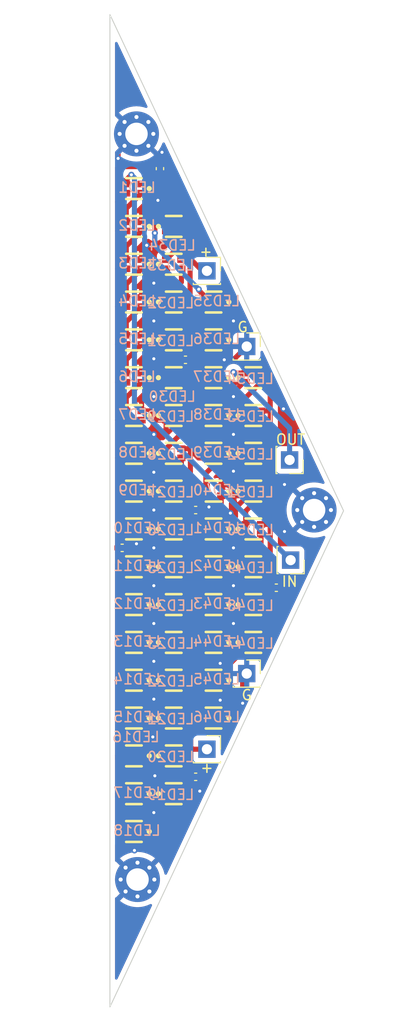
<source format=kicad_pcb>
(kicad_pcb (version 20240108) (generator "pcbnew") (generator_version "8.0")
  (layers (0 "F.Cu" signal) (31 "B.Cu" signal) (34 "B.Paste" user) (35 "F.Paste" user) (36 "B.SilkS" user "B.Silkscreen") (37 "F.SilkS" user "F.Silkscreen") (38 "B.Mask" user) (39 "F.Mask" user) (44 "Edge.Cuts" user))
  (net 0 "")
  (net 1 "Net-(LED1-DO)")
  (net 2 "Net-(LED2-DO)")
  (net 3 "Net-(LED3-DO)")
  (net 4 "Net-(LED4-DO)")
  (net 5 "Net-(LED5-DO)")
  (net 6 "Net-(LED6-DO)")
  (net 7 "Net-(LED7-DO)")
  (net 8 "Net-(LED8-DO)")
  (net 9 "Net-(LED10-DI)")
  (net 10 "Net-(LED11-DO)")
  (net 11 "Net-(LED12-DO)")
  (net 12 "Net-(LED13-DO)")
  (net 13 "Net-(LED14-DO)")
  (net 14 "Net-(LED15-DO)")
  (net 15 "Net-(LED16-DO)")
  (net 16 "Net-(LED17-DO)")
  (net 17 "Net-(LED18-DO)")
  (net 18 "Net-(LED19-DO)")
  (net 19 "Net-(LED21-DO)")
  (net 20 "Net-(LED22-DO)")
  (net 21 "Net-(LED23-DO)")
  (net 22 "Net-(LED24-DO)")
  (net 23 "Net-(LED25-DO)")
  (net 24 "Net-(LED26-DO)")
  (net 25 "Net-(LED27-DO)")
  (net 26 "Net-(LED28-DO)")
  (net 27 "Net-(LED29-DO)")
  (net 28 "Net-(LED31-DO)")
  (net 29 "Net-(LED32-DO)")
  (net 30 "Net-(LED33-DO)")
  (net 31 "Net-(LED34-DO)")
  (net 32 "Net-(LED35-DO)")
  (net 33 "Net-(LED36-DO)")
  (net 34 "Net-(LED37-DO)")
  (net 35 "Net-(LED38-DO)")
  (net 36 "Net-(LED39-DO)")
  (net 37 "ROW2")
  (net 38 "ROW3")
  (net 39 "ROW4")
  (net 40 "ROW5")
  (net 41 "Net-(LED41-DO)")
  (net 42 "Net-(LED42-DO)")
  (net 43 "Net-(LED43-DO)")
  (net 44 "Net-(LED44-DO)")
  (net 45 "Net-(LED45-DO)")
  (net 46 "Net-(LED46-DO)")
  (net 47 "Net-(LED47-DO)")
  (net 48 "Net-(LED48-DO)")
  (net 49 "Net-(LED49-DO)")
  (net 50 "ROW6")
  (net 51 "Net-(LED51-DO)")
  (net 52 "Net-(LED52-DO)")
  (net 53 "Net-(LED53-DO)")
  (net 54 "+5V")
  (net 55 "GND")
  (net 56 "LED_OUT")
  (net 57 "LED_IN")
  (footprint "XL-1615RGBC-WS2812B:LED-SMD_4P-L1.6-W1.5_XL-1615RGBC-WS2812B" (layer "F.Cu") (at 20.75 41.85)
    (property "Reference" "LED32")
    (property "Value" "XL-1615RGBC" (hide yes))
  )
  (footprint "XL-1615RGBC-WS2812B:LED-SMD_4P-L1.6-W1.5_XL-1615RGBC-WS2812B" (layer "F.Cu") (at 16.85 67.75 180)
    (property "Reference" "LED11")
    (property "Value" "XL-1615RGBC" (hide yes))
  )
  (footprint "XL-1615RGBC-WS2812B:LED-SMD_4P-L1.6-W1.5_XL-1615RGBC-WS2812B" (layer "F.Cu") (at 16.85 30.75 180)
    (property "Reference" "LED1")
    (property "Value" "XL-1615RGBC" (hide yes))
  )
  (footprint "XL-1615RGBC-WS2812B:LED-SMD_4P-L1.6-W1.5_XL-1615RGBC-WS2812B" (layer "F.Cu") (at 28.55 71.45)
    (property "Reference" "LED48")
    (property "Value" "XL-1615RGBC" (hide yes))
  )
  (footprint "XL-1615RGBC-WS2812B:LED-SMD_4P-L1.6-W1.5_XL-1615RGBC-WS2812B" (layer "F.Cu") (at 24.65 56.65 180)
    (property "Reference" "LED39")
    (property "Value" "XL-1615RGBC" (hide yes))
  )
  (footprint "XL-1615RGBC-WS2812B:LED-SMD_4P-L1.6-W1.5_XL-1615RGBC-WS2812B" (layer "F.Cu") (at 20.75 60.35)
    (property "Reference" "LED27")
    (property "Value" "XL-1615RGBC" (hide yes))
  )
  (footprint "XL-1615RGBC-WS2812B:LED-SMD_4P-L1.6-W1.5_XL-1615RGBC-WS2812B" (layer "F.Cu") (at 24.65 41.85 180)
    (property "Reference" "LED35")
    (property "Value" "XL-1615RGBC" (hide yes))
  )
  (footprint "XL-1615RGBC-WS2812B:LED-SMD_4P-L1.6-W1.5_XL-1615RGBC-WS2812B" (layer "F.Cu") (at 16.85 45.55 180)
    (property "Reference" "LED5")
    (property "Value" "XL-1615RGBC" (hide yes))
  )
  (footprint "XL-1615RGBC-WS2812B:LED-SMD_4P-L1.6-W1.5_XL-1615RGBC-WS2812B" (layer "F.Cu") (at 20.75 89.95)
    (property "Reference" "LED19")
    (property "Value" "XL-1615RGBC" (hide yes))
  )
  (footprint "XL-1615RGBC-WS2812B:LED-SMD_4P-L1.6-W1.5_XL-1615RGBC-WS2812B" (layer "F.Cu") (at 16.85 82.55 180)
    (property "Reference" "LED15")
    (property "Value" "XL-1615RGBC" (hide yes))
  )
  (footprint "MountingHole:MountingHole_2.2mm_M2_Pad_Via" (layer "F.Cu") (at 34.5 62.2)
    (property "Reference" "H3" (hide yes))
    (property "Value" "MountingHole_Pad")
  )
  (footprint "XL-1615RGBC-WS2812B:LED-SMD_4P-L1.6-W1.5_XL-1615RGBC-WS2812B" (layer "F.Cu") (at 20.75 52.95)
    (property "Reference" "LED29")
    (property "Value" "XL-1615RGBC" (hide yes))
  )
  (footprint "Capacitor_SMD:C_0402_1005Metric" (layer "F.Cu") (at 19.4 28.8 90)
    (property "Reference" "ROW1" (hide yes))
    (property "Value" "10uF,10V,X5R")
  )
  (footprint "XL-1615RGBC-WS2812B:LED-SMD_4P-L1.6-W1.5_XL-1615RGBC-WS2812B" (layer "F.Cu") (at 24.65 60.35 180)
    (property "Reference" "LED40")
    (property "Value" "XL-1615RGBC" (hide yes))
  )
  (footprint "Capacitor_SMD:C_0402_1005Metric" (layer "F.Cu") (at 30.8 69.8 180)
    (property "Reference" "ROW6" (hide yes))
    (property "Value" "10uF,10V,X5R")
  )
  (footprint "XL-1615RGBC-WS2812B:LED-SMD_4P-L1.6-W1.5_XL-1615RGBC-WS2812B" (layer "F.Cu") (at 20.75 75.15)
    (property "Reference" "LED23")
    (property "Value" "XL-1615RGBC" (hide yes))
  )
  (footprint "Connector_PinSocket_2.54mm:PinSocket_1x01_P2.54mm_Vertical" (layer "F.Cu") (at 27.9 46.2)
    (property "Reference" "G")
    (property "Value" "Conn_01x01")
  )
  (footprint "XL-1615RGBC-WS2812B:LED-SMD_4P-L1.6-W1.5_XL-1615RGBC-WS2812B" (layer "F.Cu") (at 16.85 49.25 180)
    (property "Reference" "LED6")
    (property "Value" "XL-1615RGBC" (hide yes))
  )
  (footprint "XL-1615RGBC-WS2812B:LED-SMD_4P-L1.6-W1.5_XL-1615RGBC-WS2812B" (layer "F.Cu") (at 20.75 82.55)
    (property "Reference" "LED21")
    (property "Value" "XL-1615RGBC" (hide yes))
  )
  (footprint "XL-1615RGBC-WS2812B:LED-SMD_4P-L1.6-W1.5_XL-1615RGBC-WS2812B" (layer "F.Cu") (at 16.85 34.45 180)
    (property "Reference" "LED2")
    (property "Value" "XL-1615RGBC" (hide yes))
  )
  (footprint "XL-1615RGBC-WS2812B:LED-SMD_4P-L1.6-W1.5_XL-1615RGBC-WS2812B" (layer "F.Cu") (at 28.55 49.25)
    (property "Reference" "LED54")
    (property "Value" "XL-1615RGBC" (hide yes))
  )
  (footprint "XL-1615RGBC-WS2812B:LED-SMD_4P-L1.6-W1.5_XL-1615RGBC-WS2812B" (layer "F.Cu") (at 20.75 56.65)
    (property "Reference" "LED28")
    (property "Value" "XL-1615RGBC" (hide yes))
  )
  (footprint "XL-1615RGBC-WS2812B:LED-SMD_4P-L1.6-W1.5_XL-1615RGBC-WS2812B" (layer "F.Cu") (at 24.65 64.05 180)
    (property "Reference" "LED41")
    (property "Value" "XL-1615RGBC" (hide yes))
  )
  (footprint "Capacitor_SMD:C_0402_1005Metric" (layer "F.Cu") (at 21.9 47.5)
    (property "Reference" "ROW4" (hide yes))
    (property "Value" "10uF,10V,X5R")
  )
  (footprint "Connector_PinSocket_2.54mm:PinSocket_1x01_P2.54mm_Vertical" (layer "F.Cu") (at 24 38.8)
    (property "Reference" "+")
    (property "Value" "Conn_01x01")
  )
  (footprint "Graphics" (layer "F.Cu") (at 44.45 77.5)
    (property "Reference" "")
    (property "Value" "")
  )
  (footprint "XL-1615RGBC-WS2812B:LED-SMD_4P-L1.6-W1.5_XL-1615RGBC-WS2812B" (layer "F.Cu") (at 28.55 64.05)
    (property "Reference" "LED50")
    (property "Value" "XL-1615RGBC" (hide yes))
  )
  (footprint "Capacitor_SMD:C_0402_1005Metric" (layer "F.Cu") (at 22.9 88.3 180)
    (property "Reference" "ROW3" (hide yes))
    (property "Value" "10uF,10V,X5R")
  )
  (footprint "XL-1615RGBC-WS2812B:LED-SMD_4P-L1.6-W1.5_XL-1615RGBC-WS2812B" (layer "F.Cu") (at 28.55 75.15)
    (property "Reference" "LED47")
    (property "Value" "XL-1615RGBC" (hide yes))
  )
  (footprint "XL-1615RGBC-WS2812B:LED-SMD_4P-L1.6-W1.5_XL-1615RGBC-WS2812B" (layer "F.Cu") (at 20.75 71.45)
    (property "Reference" "LED24")
    (property "Value" "XL-1615RGBC" (hide yes))
  )
  (footprint "XL-1615RGBC-WS2812B:LED-SMD_4P-L1.6-W1.5_XL-1615RGBC-WS2812B" (layer "F.Cu") (at 16.85 52.95 180)
    (property "Reference" "LED7")
    (property "Value" "XL-1615RGBC" (hide yes))
  )
  (footprint "XL-1615RGBC-WS2812B:LED-SMD_4P-L1.6-W1.5_XL-1615RGBC-WS2812B" (layer "F.Cu") (at 16.85 71.45 180)
    (property "Reference" "LED12")
    (property "Value" "XL-1615RGBC" (hide yes))
  )
  (footprint "Capacitor_SMD:C_0402_1005Metric" (layer "F.Cu") (at 22.9 62.2 180)
    (property "Reference" "ROW5" (hide yes))
    (property "Value" "10uF,10V,X5R")
  )
  (footprint "XL-1615RGBC-WS2812B:LED-SMD_4P-L1.6-W1.5_XL-1615RGBC-WS2812B" (layer "F.Cu") (at 20.75 64.05)
    (property "Reference" "LED26")
    (property "Value" "XL-1615RGBC" (hide yes))
  )
  (footprint "XL-1615RGBC-WS2812B:LED-SMD_4P-L1.6-W1.5_XL-1615RGBC-WS2812B" (layer "F.Cu") (at 28.55 52.95)
    (property "Reference" "LED53")
    (property "Value" "XL-1615RGBC" (hide yes))
  )
  (footprint "XL-1615RGBC-WS2812B:LED-SMD_4P-L1.6-W1.5_XL-1615RGBC-WS2812B" (layer "F.Cu") (at 20.75 67.75)
    (property "Reference" "LED25")
    (property "Value" "XL-1615RGBC" (hide yes))
  )
  (footprint "Graphics" (layer "F.Cu") (at 44.45 77.5)
    (property "Reference" "")
    (property "Value" "")
  )
  (footprint "XL-1615RGBC-WS2812B:LED-SMD_4P-L1.6-W1.5_XL-1615RGBC-WS2812B" (layer "F.Cu") (at 20.75 49.25)
    (property "Reference" "LED30")
    (property "Value" "XL-1615RGBC" (hide yes))
  )
  (footprint "Graphics" (layer "F.Cu") (at 44.45 77.5)
    (property "Reference" "")
    (property "Value" "")
  )
  (footprint "XL-1615RGBC-WS2812B:LED-SMD_4P-L1.6-W1.5_XL-1615RGBC-WS2812B" (layer "F.Cu") (at 20.75 86.25)
    (property "Reference" "LED20")
    (property "Value" "XL-1615RGBC" (hide yes))
  )
  (footprint "XL-1615RGBC-WS2812B:LED-SMD_4P-L1.6-W1.5_XL-1615RGBC-WS2812B" (layer "F.Cu") (at 20.75 45.55)
    (property "Reference" "LED31")
    (property "Value" "XL-1615RGBC" (hide yes))
  )
  (footprint "XL-1615RGBC-WS2812B:LED-SMD_4P-L1.6-W1.5_XL-1615RGBC-WS2812B" (layer "F.Cu") (at 24.65 78.85 180)
    (property "Reference" "LED45")
    (property "Value" "XL-1615RGBC" (hide yes))
  )
  (footprint "Connector_PinSocket_2.54mm:PinSocket_1x01_P2.54mm_Vertical" (layer "F.Cu") (at 32.2 67.1 -90)
    (property "Reference" "IN")
    (property "Value" "Conn_01x01")
  )
  (footprint "XL-1615RGBC-WS2812B:LED-SMD_4P-L1.6-W1.5_XL-1615RGBC-WS2812B" (layer "F.Cu") (at 16.85 56.65 180)
    (property "Reference" "LED8")
    (property "Value" "XL-1615RGBC" (hide yes))
  )
  (footprint "XL-1615RGBC-WS2812B:LED-SMD_4P-L1.6-W1.5_XL-1615RGBC-WS2812B" (layer "F.Cu") (at 24.65 67.75 180)
    (property "Reference" "LED42")
    (property "Value" "XL-1615RGBC" (hide yes))
  )
  (footprint "XL-1615RGBC-WS2812B:LED-SMD_4P-L1.6-W1.5_XL-1615RGBC-WS2812B" (layer "F.Cu") (at 20.75 38.15)
    (property "Reference" "LED33")
    (property "Value" "XL-1615RGBC" (hide yes))
  )
  (footprint "XL-1615RGBC-WS2812B:LED-SMD_4P-L1.6-W1.5_XL-1615RGBC-WS2812B" (layer "F.Cu") (at 16.85 38.15 180)
    (property "Reference" "LED3")
    (property "Value" "XL-1615RGBC" (hide yes))
  )
  (footprint "MountingHole:MountingHole_2.2mm_M2_Pad_Via" (layer "F.Cu") (at 17.2 98.35)
    (property "Reference" "H2" (hide yes))
    (property "Value" "MountingHole_Pad")
  )
  (footprint "XL-1615RGBC-WS2812B:LED-SMD_4P-L1.6-W1.5_XL-1615RGBC-WS2812B" (layer "F.Cu") (at 16.85 75.15 180)
    (property "Reference" "LED13")
    (property "Value" "XL-1615RGBC" (hide yes))
  )
  (footprint "XL-1615RGBC-WS2812B:LED-SMD_4P-L1.6-W1.5_XL-1615RGBC-WS2812B" (layer "F.Cu") (at 16.85 89.95 180)
    (property "Reference" "LED17")
    (property "Value" "XL-1615RGBC" (hide yes))
  )
  (footprint "XL-1615RGBC-WS2812B:LED-SMD_4P-L1.6-W1.5_XL-1615RGBC-WS2812B" (layer "F.Cu") (at 20.75 34.45)
    (property "Reference" "LED34")
    (property "Value" "XL-1615RGBC" (hide yes))
  )
  (footprint "XL-1615RGBC-WS2812B:LED-SMD_4P-L1.6-W1.5_XL-1615RGBC-WS2812B" (layer "F.Cu") (at 16.85 41.85 180)
    (property "Reference" "LED4")
    (property "Value" "XL-1615RGBC" (hide yes))
  )
  (footprint "XL-1615RGBC-WS2812B:LED-SMD_4P-L1.6-W1.5_XL-1615RGBC-WS2812B" (layer "F.Cu") (at 24.65 75.15 180)
    (property "Reference" "LED44")
    (property "Value" "XL-1615RGBC" (hide yes))
  )
  (footprint "XL-1615RGBC-WS2812B:LED-SMD_4P-L1.6-W1.5_XL-1615RGBC-WS2812B" (layer "F.Cu") (at 28.55 60.35)
    (property "Reference" "LED51")
    (property "Value" "XL-1615RGBC" (hide yes))
  )
  (footprint "XL-1615RGBC-WS2812B:LED-SMD_4P-L1.6-W1.5_XL-1615RGBC-WS2812B" (layer "F.Cu") (at 28.55 56.65)
    (property "Reference" "LED52")
    (property "Value" "XL-1615RGBC" (hide yes))
  )
  (footprint "XL-1615RGBC-WS2812B:LED-SMD_4P-L1.6-W1.5_XL-1615RGBC-WS2812B" (layer "F.Cu") (at 20.75 78.85)
    (property "Reference" "LED22")
    (property "Value" "XL-1615RGBC" (hide yes))
  )
  (footprint "Connector_PinSocket_2.54mm:PinSocket_1x01_P2.54mm_Vertical" (layer "F.Cu") (at 32.1 57.3 -90)
    (property "Reference" "OUT")
    (property "Value" "Conn_01x01")
  )
  (footprint "XL-1615RGBC-WS2812B:LED-SMD_4P-L1.6-W1.5_XL-1615RGBC-WS2812B" (layer "F.Cu") (at 16.85 78.85 180)
    (property "Reference" "LED14")
    (property "Value" "XL-1615RGBC" (hide yes))
  )
  (footprint "Connector_PinSocket_2.54mm:PinSocket_1x01_P2.54mm_Vertical" (layer "F.Cu") (at 24 85.6)
    (property "Reference" "+")
    (property "Value" "Conn_01x01")
  )
  (footprint "Graphics" (layer "F.Cu") (at 44.45 77.5)
    (property "Reference" "")
    (property "Value" "")
  )
  (footprint "MountingHole:MountingHole_2.2mm_M2_Pad_Via" (layer "F.Cu") (at 17.1 25.4)
    (property "Reference" "H1" (hide yes))
    (property "Value" "MountingHole_Pad")
  )
  (footprint "Graphics" (layer "F.Cu") (at 44.45 77.5)
    (property "Reference" "")
    (property "Value" "")
  )
  (footprint "XL-1615RGBC-WS2812B:LED-SMD_4P-L1.6-W1.5_XL-1615RGBC-WS2812B" (layer "F.Cu") (at 24.65 71.45 180)
    (property "Reference" "LED43")
    (property "Value" "XL-1615RGBC" (hide yes))
  )
  (footprint "XL-1615RGBC-WS2812B:LED-SMD_4P-L1.6-W1.5_XL-1615RGBC-WS2812B" (layer "F.Cu") (at 24.65 82.55 180)
    (property "Reference" "LED46")
    (property "Value" "XL-1615RGBC" (hide yes))
  )
  (footprint "XL-1615RGBC-WS2812B:LED-SMD_4P-L1.6-W1.5_XL-1615RGBC-WS2812B" (layer "F.Cu") (at 24.65 52.95 180)
    (property "Reference" "LED38")
    (property "Value" "XL-1615RGBC" (hide yes))
  )
  (footprint "XL-1615RGBC-WS2812B:LED-SMD_4P-L1.6-W1.5_XL-1615RGBC-WS2812B" (layer "F.Cu") (at 24.65 49.25 180)
    (property "Reference" "LED37")
    (property "Value" "XL-1615RGBC" (hide yes))
  )
  (footprint "Capacitor_SMD:C_0402_1005Metric" (layer "F.Cu") (at 15.7 65.9 180)
    (property "Reference" "ROW2" (hide yes))
    (property "Value" "10uF,10V,X5R")
  )
  (footprint "XL-1615RGBC-WS2812B:LED-SMD_4P-L1.6-W1.5_XL-1615RGBC-WS2812B" (layer "F.Cu") (at 16.85 60.35 180)
    (property "Reference" "LED9")
    (property "Value" "XL-1615RGBC" (hide yes))
  )
  (footprint "XL-1615RGBC-WS2812B:LED-SMD_4P-L1.6-W1.5_XL-1615RGBC-WS2812B" (layer "F.Cu") (at 16.85 64.05 180)
    (property "Reference" "LED10")
    (property "Value" "XL-1615RGBC" (hide yes))
  )
  (footprint "XL-1615RGBC-WS2812B:LED-SMD_4P-L1.6-W1.5_XL-1615RGBC-WS2812B" (layer "F.Cu") (at 16.85 86.25 180)
    (property "Reference" "LED16")
    (property "Value" "XL-1615RGBC" (hide yes))
  )
  (footprint "Connector_PinSocket_2.54mm:PinSocket_1x01_P2.54mm_Vertical" (layer "F.Cu") (at 27.9 78.2)
    (property "Reference" "G")
    (property "Value" "Conn_01x01")
  )
  (footprint "XL-1615RGBC-WS2812B:LED-SMD_4P-L1.6-W1.5_XL-1615RGBC-WS2812B" (layer "F.Cu") (at 28.55 67.75)
    (property "Reference" "LED49")
    (property "Value" "XL-1615RGBC" (hide yes))
  )
  (footprint "XL-1615RGBC-WS2812B:LED-SMD_4P-L1.6-W1.5_XL-1615RGBC-WS2812B" (layer "F.Cu") (at 16.85 93.65 180)
    (property "Reference" "LED18")
    (property "Value" "XL-1615RGBC" (hide yes))
  )
  (footprint "XL-1615RGBC-WS2812B:LED-SMD_4P-L1.6-W1.5_XL-1615RGBC-WS2812B" (layer "F.Cu") (at 24.65 45.55 180)
    (property "Reference" "LED36")
    (property "Value" "XL-1615RGBC" (hide yes))
  )
  (footprint "Graphics" (layer "B.Cu") (at 44.45 77.5)
    (property "Reference" "")
    (property "Value" "")
  )
  (gr_poly (pts (xy 14.5 13.731) (xy 14.5 110.813) (xy 37.386 62.272) (xy 14.5 13.731)) (stroke (width 0.1)) (fill none) (layer "Edge.Cuts"))
  (segment (start 16.1 34) (end 16.1 32.7) (width 0.5) (layer "F.Cu") (net 1))
  (segment (start 16.1 32.7) (end 17.6 31.2) (width 0.5) (layer "F.Cu") (net 1))
  (segment (start 16.1 36.4) (end 17.6 34.9) (width 0.5) (layer "F.Cu") (net 2))
  (segment (start 16.1 37.7) (end 16.1 36.4) (width 0.5) (layer "F.Cu") (net 2))
  (segment (start 16.1 40.1) (end 17.6 38.6) (width 0.5) (layer "F.Cu") (net 3))
  (segment (start 16.1 41.4) (end 16.1 40.1) (width 0.5) (layer "F.Cu") (net 3))
  (segment (start 16.1 45.1) (end 16.1 43.8) (width 0.5) (layer "F.Cu") (net 4))
  (segment (start 16.1 43.8) (end 17.6 42.3) (width 0.5) (layer "F.Cu") (net 4))
  (segment (start 16.1 47.5) (end 17.6 46) (width 0.5) (layer "F.Cu") (net 5))
  (segment (start 16.1 48.8) (end 16.1 47.5) (width 0.5) (layer "F.Cu") (net 5))
  (segment (start 16.1 52.5) (end 16.1 51.2) (width 0.5) (layer "F.Cu") (net 6))
  (segment (start 16.1 51.2) (end 17.6 49.7) (width 0.5) (layer "F.Cu") (net 6))
  (segment (start 16.1 54.9) (end 17.6 53.4) (width 0.5) (layer "F.Cu") (net 7))
  (segment (start 16.1 56.2) (end 16.1 54.9) (width 0.5) (layer "F.Cu") (net 7))
  (segment (start 16.1 59.9) (end 16.1 58.6) (width 0.5) (layer "F.Cu") (net 8))
  (segment (start 16.1 58.6) (end 17.6 57.1) (width 0.5) (layer "F.Cu") (net 8))
  (segment (start 16.1 62.3) (end 17.6 60.8) (width 0.5) (layer "F.Cu") (net 9))
  (segment (start 16.1 63.6) (end 16.1 62.3) (width 0.5) (layer "F.Cu") (net 9))
  (segment (start 16.1 69.7) (end 17.6 68.2) (width 0.5) (layer "F.Cu") (net 10))
  (segment (start 16.1 71) (end 16.1 69.7) (width 0.5) (layer "F.Cu") (net 10))
  (segment (start 16.1 73.4) (end 17.6 71.9) (width 0.5) (layer "F.Cu") (net 11))
  (segment (start 16.1 74.7) (end 16.1 73.4) (width 0.5) (layer "F.Cu") (net 11))
  (segment (start 16.1 77.1) (end 17.6 75.6) (width 0.5) (layer "F.Cu") (net 12))
  (segment (start 16.1 78.4) (end 16.1 77.1) (width 0.5) (layer "F.Cu") (net 12))
  (segment (start 16.1 82.1) (end 16.1 80.8) (width 0.5) (layer "F.Cu") (net 13))
  (segment (start 16.1 80.8) (end 17.6 79.3) (width 0.5) (layer "F.Cu") (net 13))
  (segment (start 16.1 84.5) (end 17.6 83) (width 0.5) (layer "F.Cu") (net 14))
  (segment (start 16.1 85.8) (end 16.1 84.5) (width 0.5) (layer "F.Cu") (net 14))
  (segment (start 16.1 89.5) (end 16.1 88.2) (width 0.5) (layer "F.Cu") (net 15))
  (segment (start 16.1 88.2) (end 17.6 86.7) (width 0.5) (layer "F.Cu") (net 15))
  (segment (start 16.1 93.2) (end 16.1 91.9) (width 0.5) (layer "F.Cu") (net 16))
  (segment (start 16.1 91.9) (end 17.6 90.4) (width 0.5) (layer "F.Cu") (net 16))
  (segment (start 17.6 94.1) (end 18.5 94.1) (width 0.5) (layer "F.Cu") (net 17))
  (segment (start 21.5 91.1) (end 21.5 90.4) (width 0.5) (layer "F.Cu") (net 17))
  (segment (start 18.5 94.1) (end 21.5 91.1) (width 0.5) (layer "F.Cu") (net 17))
  (segment (start 21.5 88) (end 21.5 86.7) (width 0.5) (layer "F.Cu") (net 18))
  (segment (start 20 89.5) (end 21.5 88) (width 0.5) (layer "F.Cu") (net 18))
  (segment (start 21.5 80.6) (end 21.5 79.3) (width 0.5) (layer "F.Cu") (net 19))
  (segment (start 20 82.1) (end 21.5 80.6) (width 0.5) (layer "F.Cu") (net 19))
  (segment (start 21.5 76.9) (end 21.5 75.6) (width 0.5) (layer "F.Cu") (net 20))
  (segment (start 20 78.4) (end 21.5 76.9) (width 0.5) (layer "F.Cu") (net 20))
  (segment (start 21.5 73.2) (end 21.5 71.9) (width 0.5) (layer "F.Cu") (net 21))
  (segment (start 20 74.7) (end 21.5 73.2) (width 0.5) (layer "F.Cu") (net 21))
  (segment (start 20 71) (end 21.5 69.5) (width 0.5) (layer "F.Cu") (net 22))
  (segment (start 21.5 69.5) (end 21.5 68.2) (width 0.5) (layer "F.Cu") (net 22))
  (segment (start 20 67.3) (end 20.1 67.3) (width 0.5) (layer "F.Cu") (net 23))
  (segment (start 20.1 67.3) (end 21.5 65.9) (width 0.5) (layer "F.Cu") (net 23))
  (segment (start 21.5 65.9) (end 21.5 64.5) (width 0.5) (layer "F.Cu") (net 23))
  (segment (start 20 63.6) (end 21.5 62.1) (width 0.5) (layer "F.Cu") (net 24))
  (segment (start 21.5 62.1) (end 21.5 60.8) (width 0.5) (layer "F.Cu") (net 24))
  (segment (start 20 59.9) (end 21.5 58.4) (width 0.5) (layer "F.Cu") (net 25))
  (segment (start 21.5 58.4) (end 21.5 57.1) (width 0.5) (layer "F.Cu") (net 25))
  (segment (start 20 56.2) (end 21.5 54.7) (width 0.5) (layer "F.Cu") (net 26))
  (segment (start 21.5 54.7) (end 21.5 53.4) (width 0.5) (layer "F.Cu") (net 26))
  (segment (start 20 52.5) (end 21.5 51) (width 0.5) (layer "F.Cu") (net 27))
  (segment (start 21.5 51) (end 21.5 49.7) (width 0.5) (layer "F.Cu") (net 27))
  (segment (start 20 45.1) (end 21.5 43.6) (width 0.5) (layer "F.Cu") (net 28))
  (segment (start 21.5 43.6) (end 21.5 42.3) (width 0.5) (layer "F.Cu") (net 28))
  (segment (start 20 41.4) (end 21.5 39.9) (width 0.5) (layer "F.Cu") (net 29))
  (segment (start 21.5 39.9) (end 21.5 38.6) (width 0.5) (layer "F.Cu") (net 29))
  (segment (start 21.5 36.2) (end 21.5 34.9) (width 0.5) (layer "F.Cu") (net 30))
  (segment (start 20 37.7) (end 21.5 36.2) (width 0.5) (layer "F.Cu") (net 30))
  (segment (start 23.2 40.7) (end 23.9 41.4) (width 0.5) (layer "F.Cu") (net 31))
  (segment (start 19.275 34) (end 18.9 34.375) (width 0.5) (layer "F.Cu") (net 31))
  (segment (start 18.9 34.375) (end 18.9 35.1) (width 0.5) (layer "F.Cu") (net 31))
  (segment (start 20 34) (end 19.275 34) (width 0.5) (layer "F.Cu") (net 31))
  (segment (start 23.2 40.6) (end 23.2 40.7) (width 0.5) (layer "F.Cu") (net 31))
  (via (at 23.2 40.6) (size 0.6) (drill 0.3) (layers "F.Cu" "B.Cu") (net 31))
  (via (at 18.9 35.1) (size 0.6) (drill 0.3) (layers "F.Cu" "B.Cu") (net 31))
  (segment (start 18.9 36.3) (end 23.2 40.6) (width 0.5) (layer "B.Cu") (net 31))
  (segment (start 18.9 35.1) (end 18.9 36.3) (width 0.5) (layer "B.Cu") (net 31))
  (segment (start 25.4 42.3) (end 23.9 43.8) (width 0.5) (layer "F.Cu") (net 32))
  (segment (start 23.9 43.8) (end 23.9 45.1) (width 0.5) (layer "F.Cu") (net 32))
  (segment (start 25.4 46) (end 23.9 47.5) (width 0.5) (layer "F.Cu") (net 33))
  (segment (start 23.9 47.5) (end 23.9 48.8) (width 0.5) (layer "F.Cu") (net 33))
  (segment (start 23.9 51.2) (end 23.9 52.5) (width 0.5) (layer "F.Cu") (net 34))
  (segment (start 25.4 49.7) (end 23.9 51.2) (width 0.5) (layer "F.Cu") (net 34))
  (segment (start 25.4 53.4) (end 23.9 54.9) (width 0.5) (layer "F.Cu") (net 35))
  (segment (start 23.9 54.9) (end 23.9 56.2) (width 0.5) (layer "F.Cu") (net 35))
  (segment (start 23.9 58.6) (end 23.9 59.9) (width 0.5) (layer "F.Cu") (net 36))
  (segment (start 25.4 57.1) (end 23.9 58.6) (width 0.5) (layer "F.Cu") (net 36))
  (segment (start 17.9 65.8) (end 17.9 64.8) (width 0.5) (layer "F.Cu") (net 37))
  (segment (start 17.175 66.525) (end 17.9 65.8) (width 0.5) (layer "F.Cu") (net 37))
  (segment (start 17.9 64.8) (end 17.6 64.5) (width 0.5) (layer "F.Cu") (net 37))
  (segment (start 16.1 67.3) (end 16.875 66.525) (width 0.5) (layer "F.Cu") (net 37))
  (segment (start 16.875 66.525) (end 17.175 66.525) (width 0.5) (layer "F.Cu") (net 37))
  (segment (start 21.5 84.3) (end 21.5 83) (width 0.5) (layer "F.Cu") (net 38))
  (segment (start 20 85.8) (end 21.5 84.3) (width 0.5) (layer "F.Cu") (net 38))
  (segment (start 20 47.5) (end 21.5 46) (width 0.5) (layer "F.Cu") (net 39))
  (segment (start 20 48.8) (end 20 47.5) (width 0.5) (layer "F.Cu") (net 39))
  (segment (start 25.4 60.8) (end 25.4 62.2) (width 0.5) (layer "F.Cu") (net 40))
  (segment (start 25.4 62.2) (end 24 63.6) (width 0.5) (layer "F.Cu") (net 40))
  (segment (start 24 63.6) (end 23.9 63.6) (width 0.5) (layer "F.Cu") (net 40))
  (segment (start 25.4 64.5) (end 23.9 66) (width 0.5) (layer "F.Cu") (net 41))
  (segment (start 23.9 66) (end 23.9 67.3) (width 0.5) (layer "F.Cu") (net 41))
  (segment (start 25.4 68.2) (end 23.9 69.7) (width 0.5) (layer "F.Cu") (net 42))
  (segment (start 23.9 69.7) (end 23.9 71) (width 0.5) (layer "F.Cu") (net 42))
  (segment (start 25.4 71.9) (end 23.9 73.4) (width 0.5) (layer "F.Cu") (net 43))
  (segment (start 23.9 73.4) (end 23.9 74.7) (width 0.5) (layer "F.Cu") (net 43))
  (segment (start 23.9 77.1) (end 23.9 78.4) (width 0.5) (layer "F.Cu") (net 44))
  (segment (start 25.4 75.6) (end 23.9 77.1) (width 0.5) (layer "F.Cu") (net 44))
  (segment (start 23.9 80.8) (end 23.9 82.1) (width 0.5) (layer "F.Cu") (net 45))
  (segment (start 25.4 79.3) (end 23.9 80.8) (width 0.5) (layer "F.Cu") (net 45))
  (segment (start 25.4 83) (end 26.125 83) (width 0.5) (layer "F.Cu") (net 46))
  (segment (start 28.4 76.5) (end 29.3 75.6) (width 0.5) (layer "F.Cu") (net 46))
  (segment (start 27 76.5) (end 28.4 76.5) (width 0.5) (layer "F.Cu") (net 46))
  (segment (start 26.3 82.825) (end 26.3 77.2) (width 0.5) (layer "F.Cu") (net 46))
  (segment (start 26.125 83) (end 26.3 82.825) (width 0.5) (layer "F.Cu") (net 46))
  (segment (start 26.3 77.2) (end 27 76.5) (width 0.5) (layer "F.Cu") (net 46))
  (segment (start 27.8 73.4) (end 29.3 71.9) (width 0.5) (layer "F.Cu") (net 47))
  (segment (start 27.8 74.7) (end 27.8 73.4) (width 0.5) (layer "F.Cu") (net 47))
  (segment (start 27.8 71) (end 27.8 69.7) (width 0.5) (layer "F.Cu") (net 48))
  (segment (start 27.8 69.7) (end 29.3 68.2) (width 0.5) (layer "F.Cu") (net 48))
  (segment (start 27.8 67.3) (end 29.3 65.8) (width 0.5) (layer "F.Cu") (net 49))
  (segment (start 29.3 65.8) (end 29.3 64.5) (width 0.5) (layer "F.Cu") (net 49))
  (segment (start 27.8 62.3) (end 29.3 60.8) (width 0.5) (layer "F.Cu") (net 50))
  (segment (start 27.8 63.6) (end 27.8 62.3) (width 0.5) (layer "F.Cu") (net 50))
  (segment (start 27.8 58.6) (end 29.3 57.1) (width 0.5) (layer "F.Cu") (net 51))
  (segment (start 27.8 59.9) (end 27.8 58.6) (width 0.5) (layer "F.Cu") (net 51))
  (segment (start 27.8 54.9) (end 29.3 53.4) (width 0.5) (layer "F.Cu") (net 52))
  (segment (start 27.8 56.2) (end 27.8 54.9) (width 0.5) (layer "F.Cu") (net 52))
  (segment (start 27.8 52.5) (end 27.8 51.2) (width 0.5) (layer "F.Cu") (net 53))
  (segment (start 27.8 51.2) (end 29.3 49.7) (width 0.5) (layer "F.Cu") (net 53))
  (segment (start 22.35 41.4) (end 22.35 41.75) (width 0.5) (layer "F.Cu") (net 54))
  (segment (start 16.1 46) (end 15.25 46) (width 0.5) (layer "F.Cu") (net 54))
  (segment (start 16.1 42.3) (end 15.25 42.3) (width 0.5) (layer "F.Cu") (net 54))
  (segment (start 21.98 45.1) (end 22.38 45.5) (width 0.5) (layer "F.Cu") (net 54))
  (segment (start 29.3 56.2) (end 30.2 56.2) (width 0.5) (layer "F.Cu") (net 54))
  (segment (start 22.62 60.8) (end 22.42 60.6) (width 0.5) (layer "F.Cu") (net 54))
  (segment (start 15.25 86.2) (end 15.25 89.9) (width 0.5) (layer "F.Cu") (net 54))
  (segment (start 16.1 68.2) (end 15.375 68.2) (width 0.5) (layer "F.Cu") (net 54))
  (segment (start 23.9 68.2) (end 22.72 68.2) (width 0.5) (layer "F.Cu") (net 54))
  (segment (start 15.375 75.6) (end 15.25 75.475) (width 0.5) (layer "F.Cu") (net 54))
  (segment (start 22.28 56.2) (end 22.38 56.3) (width 0.5) (layer "F.Cu") (net 54))
  (segment (start 29.3 63.6) (end 30.2 63.6) (width 0.5) (layer "F.Cu") (net 54))
  (segment (start 15.25 46) (end 15.25 49.7) (width 0.5) (layer "F.Cu") (net 54))
  (segment (start 22.92 75.6) (end 22.42 75.1) (width 0.5) (layer "F.Cu") (net 54))
  (segment (start 16.1 57.1) (end 15.25 57.1) (width 0.5) (layer "F.Cu") (net 54))
  (segment (start 16.1 38.6) (end 15.25 38.6) (width 0.5) (layer "F.Cu") (net 54))
  (segment (start 16.1 79.3) (end 15.375 79.3) (width 0.5) (layer "F.Cu") (net 54))
  (segment (start 22.35 41.4) (end 22.35 37.6) (width 0.5) (layer "F.Cu") (net 54))
  (segment (start 22.42 64.1) (end 22.42 63.795) (width 0.5) (layer "F.Cu") (net 54))
  (segment (start 22.35 37.6) (end 22.35 34.125) (width 0.5) (layer "F.Cu") (net 54))
  (segment (start 22.38 52.8) (end 22.38 56.3) (width 0.5) (layer "F.Cu") (net 54))
  (segment (start 22.42 85.8) (end 22.42 85.4) (width 0.5) (layer "F.Cu") (net 54))
  (segment (start 22.42 71.4) (end 22.42 68.5) (width 0.5) (layer "F.Cu") (net 54))
  (segment (start 21.5 56.2) (end 22.28 56.2) (width 0.5) (layer "F.Cu") (net 54))
  (segment (start 22.42 85.4) (end 22.42 82.9) (width 0.5) (layer "F.Cu") (net 54))
  (segment (start 30.2 65.8) (end 30.2 63.6) (width 0.5) (layer "F.Cu") (net 54))
  (segment (start 23.9 57.1) (end 23.18 57.1) (width 0.5) (layer "F.Cu") (net 54))
  (segment (start 22.35 34.125) (end 22.225 34) (width 0.5) (layer "F.Cu") (net 54))
  (segment (start 15.25 34.9) (end 15.25 38.6) (width 0.5) (layer "F.Cu") (net 54))
  (segment (start 21.5 37.7) (end 22.25 37.7) (width 0.5) (layer "F.Cu") (net 54))
  (segment (start 15.25 32.05) (end 15.25 28.7) (width 0.5) (layer "F.Cu") (net 54))
  (segment (start 22.08 52.5) (end 22.38 52.8) (width 0.5) (layer "F.Cu") (net 54))
  (segment (start 24 85.6) (end 22.62 85.6) (width 0.5) (layer "F.Cu") (net 54))
  (segment (start 22.42 68.5) (end 22.42 64.1) (width 0.5) (layer "F.Cu") (net 54))
  (segment (start 22.38 59.02) (end 21.5 59.9) (width 0.5) (layer "F.Cu") (net 54))
  (segment (start 23.9 46) (end 22.88 46) (width 0.5) (layer "F.Cu") (net 54))
  (segment (start 22.225 34) (end 21.5 34) (width 0.5) (layer "F.Cu") (net 54))
  (segment (start 22.38 41.78) (end 22.38 45.5) (width 0.5) (layer "F.Cu") (net 54))
  (segment (start 15.25 38.6) (end 15.25 42.3) (width 0.5) (layer "F.Cu") (net 54))
  (segment (start 15.25 49.7) (end 15.25 53.4) (width 0.5) (layer "F.Cu") (net 54))
  (segment (start 15.375 79.3) (end 15.25 79.175) (width 0.5) (layer "F.Cu") (net 54))
  (segment (start 22.92 71.9) (end 22.42 71.4) (width 0.5) (layer "F.Cu") (net 54))
  (segment (start 22.52 83) (end 22.42 82.9) (width 0.5) (layer "F.Cu") (net 54))
  (segment (start 22.42 67.32) (end 22.42 68.5) (width 0.5) (layer "F.Cu") (net 54))
  (segment (start 23 49.7) (end 22.38 49.08) (width 0.5) (layer "F.Cu") (net 54))
  (segment (start 20.8 29.331734) (end 20.8 31.4) (width 0.5) (layer "F.Cu") (net 54))
  (segment (start 15.375 86.7) (end 15.25 86.575) (width 0.5) (layer "F.Cu") (net 54))
  (segment (start 22.38 48.8) (end 22.38 52.8) (width 0.5) (layer "F.Cu") (net 54))
  (segment (start 15.25 82.875) (end 15.25 82.6) (width 0.5) (layer "F.Cu") (net 54))
  (segment (start 16.1 75.6) (end 15.375 75.6) (width 0.5) (layer "F.Cu") (net 54))
  (segment (start 15.25 82.6) (end 15.25 86.2) (width 0.5) (layer "F.Cu") (net 54))
  (segment (start 15.25 68.075) (end 15.25 67.5) (width 0.5) (layer "F.Cu") (net 54))
  (segment (start 21.5 82.1) (end 22.42 82.1) (width 0.5) (layer "F.Cu") (net 54))
  (segment (start 22.4 67.3) (end 22.42 67.32) (width 0.5) (layer "F.Cu") (net 54))
  (segment (start 15.25 53.4) (end 15.25 57.1) (width 0.5) (layer "F.Cu") (net 54))
  (segment (start 22.42 63.795) (end 22.42 60.6) (width 0.5) (layer "F.Cu") (net 54))
  (segment (start 22.88 46) (end 22.38 45.5) (width 0.5) (layer "F.Cu") (net 54))
  (segment (start 23.9 75.6) (end 22.92 75.6) (width 0.5) (layer "F.Cu") (net 54))
  (segment (start 23.55 38.8) (end 22.35 37.6) (width 0.5) (layer "F.Cu") (net 54))
  (segment (start 22.42 78.4) (end 22.42 75.1) (width 0.5) (layer "F.Cu") (net 54))
  (segment (start 22.35 32.95) (end 22.35 34.125) (width 0.5) (layer "F.Cu") (net 54))
  (segment (start 21.5 71) (end 22.02 71) (width 0.5) (layer "F.Cu") (net 54))
  (segment (start 21.5 63.6) (end 22.225 63.6) (width 0.5) (layer "F.Cu") (net 54))
  (segment (start 29.3 59.9) (end 30.2 59.9) (width 0.5) (layer "F.Cu") (net 54))
  (segment (start 23.25 42.3) (end 22.35 41.4) (width 0.5) (layer "F.Cu") (net 54))
  (segment (start 15.375 94.1) (end 16.1 94.1) (width 0.5) (layer "F.Cu") (net 54))
  (segment (start 30.2 59.9) (end 30.2 56.2) (width 0.5) (layer "F.Cu") (net 54))
  (segment (start 18.931734 28.6) (end 18.981734 28.55) (width 0.5) (layer "F.Cu") (net 54))
  (segment (start 23.9 53.4) (end 22.98 53.4) (width 0.5) (layer "F.Cu") (net 54))
  (segment (start 21.5 67.3) (end 22.4 67.3) (width 0.5) (layer "F.Cu") (net 54))
  (segment (start 15.25 64) (end 15.25 67.5) (width 0.5) (layer "F.Cu") (net 54))
  (segment (start 18.981734 28.55) (end 20.018266 28.55) (width 0.5) (layer "F.Cu") (net 54))
  (segment (start 22.38 49.08) (end 22.38 48.8) (width 0.5) (layer "F.Cu") (net 54))
  (segment (start 21.5 45.1) (end 21.98 45.1) (width 0.5) (layer "F.Cu") (net 54))
  (segment (start 15.375 83) (end 15.25 82.875) (width 0.5) (layer "F.Cu") (net 54))
  (segment (start 22.38 56.3) (end 22.38 58.9) (width 0.5) (layer "F.Cu") (net 54))
  (segment (start 16.1 64.5) (end 15.375 64.5) (width 0.5) (layer "F.Cu") (net 54))
  (segment (start 30.2 52.5) (end 30.2 48.975) (width 0.5) (layer "F.Cu") (net 54))
  (segment (start 16.1 71.9) (end 15.55 71.9) (width 0.5) (layer "F.Cu") (net 54))
  (segment (start 22.225 63.6) (end 22.42 63.795) (width 0.5) (layer "F.Cu") (net 54))
  (segment (start 23.9 42.3) (end 23.25 42.3) (width 0.5) (layer "F.Cu") (net 54))
  (segment (start 15.375 64.5) (end 15.25 64.375) (width 0.5) (layer "F.Cu") (net 54))
  (segment (start 22.42 75.1) (end 22.42 71.4) (width 0.5) (layer "F.Cu") (net 54))
  (segment (start 15.25 90.275) (end 15.25 89.9) (width 0.5) (layer "F.Cu") (net 54))
  (segment (start 22.02 74.7) (end 22.42 75.1) (width 0.5) (layer "F.Cu") (net 54))
  (segment (start 22.62 85.6) (end 22.42 85.4) (width 0.5) (layer "F.Cu") (net 54))
  (segment (start 15.25 64.375) (end 15.25 64) (width 0.5) (layer "F.Cu") (net 54))
  (segment (start 22.1 48.8) (end 22.38 49.08) (width 0.5) (layer "F.Cu") (net 54))
  (segment (start 15.25 79.175) (end 15.25 78.8) (width 0.5) (layer "F.Cu") (net 54))
  (segment (start 15.375 90.4) (end 15.25 90.275) (width 0.5) (layer "F.Cu") (net 54))
  (segment (start 30.025 48.8) (end 29.3 48.8) (width 0.5) (layer "F.Cu") (net 54))
  (segment (start 29.3 71) (end 30.2 71) (width 0.5) (layer "F.Cu") (net 54))
  (segment (start 21.5 48.8) (end 22.1 48.8) (width 0.5) (layer "F.Cu") (net 54))
  (segment (start 22.38 45.5) (end 22.38 47.5) (width 0.5) (layer "F.Cu") (net 54))
  (segment (start 15.25 78.8) (end 15.25 82.6) (width 0.5) (layer "F.Cu") (net 54))
  (segment (start 29.3 74.7) (end 30.2 73.8) (width 0.5) (layer "F.Cu") (net 54))
  (segment (start 23.18 57.1) (end 22.38 56.3) (width 0.5) (layer "F.Cu") (net 54))
  (segment (start 16.1 83) (end 15.375 83) (width 0.5) (layer "F.Cu") (net 54))
  (segment (start 22.42 82.9) (end 22.42 82.1) (width 0.5) (layer "F.Cu") (net 54))
  (segment (start 22.42 79.5) (end 22.42 78.4) (width 0.5) (layer "F.Cu") (net 54))
  (segment (start 22.38 47.5) (end 22.38 48.8) (width 0.5) (layer "F.Cu") (net 54))
  (segment (start 22.35 41.75) (end 22.38 41.78) (width 0.5) (layer "F.Cu") (net 54))
  (segment (start 22.38 58.9) (end 22.38 59.02) (width 0.5) (layer "F.Cu") (net 54))
  (segment (start 23.9 71.9) (end 22.92 71.9) (width 0.5) (layer "F.Cu") (net 54))
  (segment (start 15.25 32.05) (end 15.25 34.9) (width 0.5) (layer "F.Cu") (net 54))
  (segment (start 15.25 75) (end 15.25 78.8) (width 0.5) (layer "F.Cu") (net 54))
  (segment (start 30.2 48.975) (end 30.025 48.8) (width 0.5) (layer "F.Cu") (net 54))
  (segment (start 22.72 68.2) (end 22.42 68.5) (width 0.5) (layer "F.Cu") (net 54))
  (segment (start 30.2 63.6) (end 30.2 59.9) (width 0.5) (layer "F.Cu") (net 54))
  (segment (start 15.25 86.575) (end 15.25 86.2) (width 0.5) (layer "F.Cu") (net 54))
  (segment (start 15.25 93.975) (end 15.375 94.1) (width 0.5) (layer "F.Cu") (net 54))
  (segment (start 15.25 57.1) (end 15.25 64) (width 0.5) (layer "F.Cu") (net 54))
  (segment (start 23.9 64.5) (end 22.82 64.5) (width 0.5) (layer "F.Cu") (net 54))
  (segment (start 16.1 86.7) (end 15.375 86.7) (width 0.5) (layer "F.Cu") (net 54))
  (segment (start 30.2 73.8) (end 30.2 71) (width 0.5) (layer "F.Cu") (net 54))
  (segment (start 16.1 49.7) (end 15.25 49.7) (width 0.5) (layer "F.Cu") (net 54))
  (segment (start 22.42 88.3) (end 22.42 85.8) (width 0.5) (layer "F.Cu") (net 54))
  (segment (start 22.42 60.6) (end 22.42 58.94) (width 0.5) (layer "F.Cu") (net 54))
  (segment (start 22.02 71) (end 22.42 71.4) (width 0.5) (layer "F.Cu") (net 54))
  (segment (start 21.5 41.4) (end 22.35 41.4) (width 0.5) (layer "F.Cu") (net 54))
  (segment (start 16.1 31.2) (end 15.25 32.05) (width 0.5) (layer "F.Cu") (net 54))
  (segment (start 30.2 56.2) (end 30.2 52.5) (width 0.5) (layer "F.Cu") (net 54))
  (segment (start 23.9 79.3) (end 22.62 79.3) (width 0.5) (layer "F.Cu") (net 54))
  (segment (start 21.5 52.5) (end 22.08 52.5) (width 0.5) (layer "F.Cu") (net 54))
  (segment (start 15.25 75.475) (end 15.25 75) (width 0.5) (layer "F.Cu") (net 54))
  (segment (start 16.1 34.9) (end 15.25 34.9) (width 0.5) (layer "F.Cu") (net 54))
  (segment (start 30.2 71) (end 30.2 67.3) (width 0.5) (layer "F.Cu") (net 54))
  (segment (start 15.35 28.6) (end 18.931734 28.6) (width 0.5) (layer "F.Cu") (net 54))
  (segment (start 15.25 71.6) (end 15.25 75) (width 0.5) (layer "F.Cu") (net 54))
  (segment (start 22.25 37.7) (end 22.35 37.6) (width 0.5) (layer "F.Cu") (net 54))
  (segment (start 20.8 31.4) (end 22.35 32.95) (width 0.5) (layer "F.Cu") (net 54))
  (segment (start 15.55 71.9) (end 15.25 71.6) (width 0.5) (layer "F.Cu") (net 54))
  (segment (start 21.5 89.5) (end 22.35 88.65) (width 0.5) (layer "F.Cu") (net 54))
  (segment (start 20.018266 28.55) (end 20.8 29.331734) (width 0.5) (layer "F.Cu") (net 54))
  (segment (start 23.9 60.8) (end 22.62 60.8) (width 0.5) (layer "F.Cu") (net 54))
  (segment (start 23.9 49.7) (end 23 49.7) (width 0.5) (layer "F.Cu") (net 54))
  (segment (start 21.5 78.4) (end 22.42 78.4) (width 0.5) (layer "F.Cu") (net 54))
  (segment (start 21.5 74.7) (end 22.02 74.7) (width 0.5) (layer "F.Cu") (net 54))
  (segment (start 29.3 67.3) (end 30.2 67.3) (width 0.5) (layer "F.Cu") (net 54))
  (segment (start 22.98 53.4) (end 22.38 52.8) (width 0.5) (layer "F.Cu") (net 54))
  (segment (start 15.25 89.9) (end 15.25 93.975) (width 0.5) (layer "F.Cu") (net 54))
  (segment (start 22.82 64.5) (end 22.42 64.1) (width 0.5) (layer "F.Cu") (net 54))
  (segment (start 15.25 28.7) (end 15.35 28.6) (width 0.5) (layer "F.Cu") (net 54))
  (segment (start 16.1 53.4) (end 15.25 53.4) (width 0.5) (layer "F.Cu") (net 54))
  (segment (start 16.1 90.4) (end 15.375 90.4) (width 0.5) (layer "F.Cu") (net 54))
  (segment (start 30.2 67.3) (end 30.2 65.8) (width 0.5) (layer "F.Cu") (net 54))
  (segment (start 23.9 83) (end 22.52 83) (width 0.5) (layer "F.Cu") (net 54))
  (segment (start 22.42 58.94) (end 22.38 58.9) (width 0.5) (layer "F.Cu") (net 54))
  (segment (start 22.42 82.1) (end 22.42 79.5) (width 0.5) (layer "F.Cu") (net 54))
  (segment (start 15.25 67.5) (end 15.25 71.6) (width 0.5) (layer "F.Cu") (net 54))
  (segment (start 21.5 85.8) (end 22.42 85.8) (width 0.5) (layer "F.Cu") (net 54))
  (segment (start 15.25 42.3) (end 15.25 46) (width 0.5) (layer "F.Cu") (net 54))
  (segment (start 15.375 68.2) (end 15.25 68.075) (width 0.5) (layer "F.Cu") (net 54))
  (segment (start 22.62 79.3) (end 22.42 79.5) (width 0.5) (layer "F.Cu") (net 54))
  (segment (start 24 38.8) (end 23.55 38.8) (width 0.5) (layer "F.Cu") (net 54))
  (segment (start 29.3 52.5) (end 30.2 52.5) (width 0.5) (layer "F.Cu") (net 54))
  (segment (start 27.8 68.2) (end 27.8 68.4) (width 0.5) (layer "F.Cu") (net 55))
  (segment (start 27.8 53.6) (end 26.6 54.8) (width 0.5) (layer "F.Cu") (net 55))
  (segment (start 25.4 48.8) (end 25.4 47.8) (width 0.5) (layer "F.Cu") (net 55))
  (segment (start 25.3 80.8) (end 25.3 82) (width 0.5) (layer "F.Cu") (net 55))
  (segment (start 25.7 47.5) (end 26.6 47.5) (width 0.5) (layer "F.Cu") (net 55))
  (segment (start 25.4 63.6) (end 25.5 63.6) (width 0.5) (layer "F.Cu") (net 55))
  (segment (start 27.8 61) (end 27.8 60.8) (width 0.5) (layer "F.Cu") (net 55))
  (segment (start 20 34.9) (end 20 35.725) (width 0.5) (layer "F.Cu") (net 55))
  (segment (start 19.2 31.175) (end 19.2 31.9) (width 0.5) (layer "F.Cu") (net 55))
  (segment (start 17.6 30.3) (end 18.38 30.3) (width 0.5) (layer "F.Cu") (net 55))
  (segment (start 26.6 47.5) (end 27.9 46.2) (width 0.5) (layer "F.Cu") (net 55))
  (segment (start 26.6 50.7) (end 26.6 51.1) (width 0.5) (layer "F.Cu") (net 55))
  (segment (start 20 35.725) (end 19.425 36.3) (width 0.5) (layer "F.Cu") (net 55))
  (segment (start 27.5 78.6) (end 27.9 78.2) (width 0.5) (layer "F.Cu") (net 55))
  (segment (start 27.8 71.9) (end 27.8 72.1) (width 0.5) (layer "F.Cu") (net 55))
  (segment (start 27.8 68.4) (end 26.6 69.6) (width 0.5) (layer "F.Cu") (net 55))
  (segment (start 17.6 93) (end 18.8 91.8) (width 0.5) (layer "F.Cu") (net 55))
  (segment (start 19.425 36.3) (end 18.1 36.3) (width 0.5) (layer "F.Cu") (net 55))
  (segment (start 17.6 67.3) (end 18 67.3) (width 0.5) (layer "F.Cu") (net 55))
  (segment (start 23.9 62.2) (end 23.38 62.2) (width 0.5) (layer "F.Cu") (net 55))
  (segment (start 25.3 82) (end 25.4 82.1) (width 0.5) (layer "F.Cu") (net 55))
  (segment (start 18 67.3) (end 18.8 66.5) (width 0.5) (layer "F.Cu") (net 55))
  (segment (start 18.8 47.2) (end 18.8 47.4) (width 0.5) (layer "F.Cu") (net 55))
  (segment (start 18.8 66.5) (end 18.8 65.9) (width 0.5) (layer "F.Cu") (net 55))
  (segment (start 25.4 78.4) (end 25.4 77.3) (width 0.5) (layer "F.Cu") (net 55))
  (segment (start 17.6 33.5) (end 19.2 31.9) (width 0.5) (layer "F.Cu") (net 55))
  (segment (start 27.8 53.4) (end 27.8 53.6) (width 0.5) (layer "F.Cu") (net 55))
  (segment (start 15.3 27.8) (end 15.3 27.2) (width 0.5) (layer "F.Cu") (net 55))
  (segment (start 25.4 77.3) (end 25.3 77.2) (width 0.5) (layer "F.Cu") (net 55))
  (segment (start 25.3 77.2) (end 26.9 75.6) (width 0.5) (layer "F.Cu") (net 55))
  (segment (start 25.4 47.8) (end 25.7 47.5) (width 0.5) (layer "F.Cu") (net 55))
  (segment (start 18.325 30.3) (end 19.2 31.175) (width 0.5) (layer "F.Cu") (net 55))
  (segment (start 18.38 30.3) (end 19.4 29.28) (width 0.5) (layer "F.Cu") (net 55))
  (segment (start 20 46) (end 18.8 47.2) (width 0.5) (layer "F.Cu") (net 55))
  (segment (start 17.6 93.2) (end 17.6 93) (width 0.5) (layer "F.Cu") (net 55))
  (segment (start 26.6 75.3) (end 26.6 73.3) (width 0.5) (layer "F.Cu") (net 55))
  (segment (start 17.6 30.3) (end 18.325 30.3) (width 0.5) (layer "F.Cu") (net 55))
  (segment (start 27.8 57.2) (end 26.6 58.4) (width 0.5) (layer "F.Cu") (net 55))
  (segment (start 26.9 75.6) (end 26.6 75.3) (width 0.5) (layer "F.Cu") (net 55))
  (segment (start 15.3 27.2) (end 17.1 25.4) (width 0.5) (layer "F.Cu") (net 55))
  (segment (start 27.8 49.7) (end 27.6 49.7) (width 0.5) (layer "F.Cu") (net 55))
  (segment (start 27.6 49.7) (end 26.6 50.7) (width 0.5) (layer "F.Cu") (net 55))
  (segment (start 27.5 81.1) (end 27.5 78.6) (width 0.5) (layer "F.Cu") (net 55))
  (segment (start 16.18 65.9) (end 16.58 65.5) (width 0.5) (layer "F.Cu") (net 55))
  (segment (start 27.8 72.1) (end 26.6 73.3) (width 0.5) (layer "F.Cu") (net 55))
  (segment (start 27.8 57.1) (end 27.8 57.2) (width 0.5) (layer "F.Cu") (net 55))
  (segment (start 26.3 62.8) (end 26.3 62.5) (width 0.5) (layer "F.Cu") (net 55))
  (segment (start 25.5 63.6) (end 26.3 62.8) (width 0.5) (layer "F.Cu") (net 55))
  (segment (start 26.3 62.5) (end 27.8 61) (width 0.5) (layer "F.Cu") (net 55))
  (segment (start 24.2 61.9) (end 23.9 62.2) (width 0.5) (layer "F.Cu") (net 55))
  (segment (start 26.9 75.6) (end 27.8 75.6) (width 0.5) (layer "F.Cu") (net 55))
  (segment (start 17.6 34) (end 17.6 33.5) (width 0.5) (layer "F.Cu") (net 55))
  (segment (start 16.58 65.5) (end 17.1 65.5) (width 0.5) (layer "F.Cu") (net 55))
  (via (at 26.6 65.9) (size 0.6) (drill 0.3) (layers "F.Cu" "B.Cu") (net 55))
  (via (at 26.6 69.6) (size 0.6) (drill 0.3) (layers "F.Cu" "B.Cu") (net 55))
  (via (at 17.1 65.5) (size 0.6) (drill 0.3) (layers "F.Cu" "B.Cu") (net 55))
  (via (at 18.8 62.2) (size 0.6) (drill 0.3) (layers "F.Cu" "B.Cu") (net 55))
  (via (at 18.8 51.1) (size 0.6) (drill 0.3) (layers "F.Cu" "B.Cu") (net 55))
  (via (at 31.6 59.7) (size 0.6) (drill 0.3) (layers "F.Cu" "B.Cu") (net 55))
  (via (at 18.8 40) (size 0.6) (drill 0.3) (layers "F.Cu" "B.Cu") (net 55))
  (via (at 26.6 73.3) (size 0.6) (drill 0.3) (layers "F.Cu" "B.Cu") (net 55))
  (via (at 18.8 80.7) (size 0.6) (drill 0.3) (layers "F.Cu" "B.Cu") (net 55))
  (via (at 19.6 27.2) (size 0.6) (drill 0.3) (layers "F.Cu" "B.Cu") (net 55))
  (via (at 31.5 52.3) (size 0.6) (drill 0.3) (layers "F.Cu" "B.Cu") (net 55))
  (via (at 18.8 69.6) (size 0.6) (drill 0.3) (layers "F.Cu" "B.Cu") (net 55))
  (via (at 31.6 64.3) (size 0.6) (drill 0.3) (layers "F.Cu" "B.Cu") (net 55))
  (via (at 18.8 65.9) (size 0.6) (drill 0.3) (layers "F.Cu" "B.Cu") (net 55))
  (via (at 15.3 27.8) (size 0.6) (drill 0.3) (layers "F.Cu" "B.Cu") (net 55))
  (via (at 18.8 77) (size 0.6) (drill 0.3) (layers "F.Cu" "B.Cu") (net 55))
  (via (at 25.3 77.2) (size 0.6) (drill 0.3) (layers "F.Cu" "B.Cu") (net 55))
  (via (at 18.8 58.5) (size 0.6) (drill 0.3) (layers "F.Cu" "B.Cu") (net 55))
  (via (at 25.7 47.5) (size 0.6) (drill 0.3) (layers "F.Cu" "B.Cu") (net 55))
  (via (at 18.8 47.4) (size 0.6) (drill 0.3) (layers "F.Cu" "B.Cu") (net 55))
  (via (at 18.8 91.8) (size 0.6) (drill 0.3) (layers "F.Cu" "B.Cu") (net 55))
  (via (at 27.5 81.1) (size 0.6) (drill 0.3) (layers "F.Cu" "B.Cu") (net 55))
  (via (at 19.2 31.9) (size 0.6) (drill 0.3) (layers "F.Cu" "B.Cu") (net 55))
  (via (at 26.3 62.5) (size 0.6) (drill 0.3) (layers "F.Cu" "B.Cu") (net 55))
  (via (at 26.6 58.4) (size 0.6) (drill 0.3) (layers "F.Cu" "B.Cu") (net 55))
  (via (at 24.2 61.9) (size 0.6) (drill 0.3) (layers "F.Cu" "B.Cu") (net 55))
  (via (at 18.8 73.3) (size 0.6) (drill 0.3) (layers "F.Cu" "B.Cu") (net 55))
  (via (at 18.7 84.4) (size 0.6) (drill 0.3) (layers "F.Cu" "B.Cu") (net 55))
  (via (at 25.3 80.8) (size 0.6) (drill 0.3) (layers "F.Cu" "B.Cu") (net 55))
  (via (at 18.9 88.2) (size 0.6) (drill 0.3) (layers "F.Cu" "B.Cu") (net 55))
  (via (at 18.8 54.8) (size 0.6) (drill 0.3) (layers "F.Cu" "B.Cu") (net 55))
  (via (at 26.6 43.7) (size 0.6) (drill 0.3) (layers "F.Cu" "B.Cu") (net 55))
  (via (at 18.1 36.3) (size 0.6) (drill 0.3) (layers "F.Cu" "B.Cu") (net 55))
  (via (at 16.9 95.5) (size 0.6) (drill 0.3) (layers "F.Cu" "B.Cu") (net 55))
  (via (at 18.8 43.7) (size 0.6) (drill 0.3) (layers "F.Cu" "B.Cu") (net 55))
  (via (at 26.6 51.1) (size 0.6) (drill 0.3) (layers "F.Cu" "B.Cu") (net 55))
  (via (at 26.6 54.8) (size 0.6) (drill 0.3) (layers "F.Cu" "B.Cu") (net 55))
  (via (at 23.3 89.7) (size 0.6) (drill 0.3) (layers "F.Cu" "B.Cu") (net 55))
  (segment (start 27.8 48.8) (end 26.7 48.8) (width 0.5) (layer "F.Cu") (net 56))
  (segment (start 26.7 48.8) (end 26.6 48.7) (width 0.5) (layer "F.Cu") (net 56))
  (via (at 26.6 48.7) (size 0.6) (drill 0.3) (layers "F.Cu" "B.Cu") (net 56))
  (segment (start 32.1 54.2) (end 32.1 57.3) (width 0.5) (layer "B.Cu") (net 56))
  (segment (start 32.1 57.3) (end 31.9 57.3) (width 0.5) (layer "B.Cu") (net 56))
  (segment (start 26.6 48.7) (end 32.1 54.2) (width 0.5) (layer "B.Cu") (net 56))
  (segment (start 16.6 29.4) (end 16.1 29.9) (width 0.5) (layer "F.Cu") (net 57))
  (segment (start 16.1 29.9) (end 16.1 30.3) (width 0.5) (layer "F.Cu") (net 57))
  (via (at 16.6 29.4) (size 0.6) (drill 0.3) (layers "F.Cu" "B.Cu") (net 57))
  (segment (start 16.6 29.4) (end 16.9 29.7) (width 0.5) (layer "B.Cu") (net 57))
  (segment (start 16.9 51.8) (end 32.2 67.1) (width 0.5) (layer "B.Cu") (net 57))
  (segment (start 16.9 29.7) (end 16.9 51.8) (width 0.5) (layer "B.Cu") (net 57))
  (zone (net 55) (net_name "GND") (layers "F&B.Cu") (connect_pads (clearance 0.5)) (min_thickness 0.25) (fill yes (thermal_gap 0.5) (thermal_bridge_width 0.5))
    (polygon (pts (xy 15.3 12.9) (xy 38.3 62.5) (xy 14.4 112.5) (xy 13.5 110.8) (xy 13.8 12.3)))
  )
)
</source>
